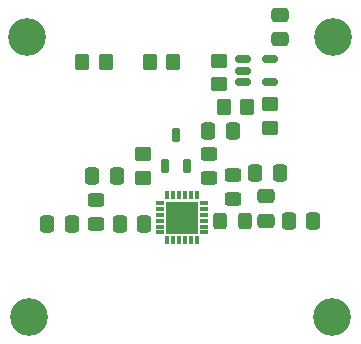
<source format=gbr>
%TF.GenerationSoftware,KiCad,Pcbnew,8.0.8*%
%TF.CreationDate,2025-02-12T11:28:01-05:00*%
%TF.ProjectId,pa-test-board,70612d74-6573-4742-9d62-6f6172642e6b,rev?*%
%TF.SameCoordinates,Original*%
%TF.FileFunction,Paste,Top*%
%TF.FilePolarity,Positive*%
%FSLAX46Y46*%
G04 Gerber Fmt 4.6, Leading zero omitted, Abs format (unit mm)*
G04 Created by KiCad (PCBNEW 8.0.8) date 2025-02-12 11:28:01*
%MOMM*%
%LPD*%
G01*
G04 APERTURE LIST*
G04 Aperture macros list*
%AMRoundRect*
0 Rectangle with rounded corners*
0 $1 Rounding radius*
0 $2 $3 $4 $5 $6 $7 $8 $9 X,Y pos of 4 corners*
0 Add a 4 corners polygon primitive as box body*
4,1,4,$2,$3,$4,$5,$6,$7,$8,$9,$2,$3,0*
0 Add four circle primitives for the rounded corners*
1,1,$1+$1,$2,$3*
1,1,$1+$1,$4,$5*
1,1,$1+$1,$6,$7*
1,1,$1+$1,$8,$9*
0 Add four rect primitives between the rounded corners*
20,1,$1+$1,$2,$3,$4,$5,0*
20,1,$1+$1,$4,$5,$6,$7,0*
20,1,$1+$1,$6,$7,$8,$9,0*
20,1,$1+$1,$8,$9,$2,$3,0*%
G04 Aperture macros list end*
%ADD10RoundRect,0.250000X0.337500X0.475000X-0.337500X0.475000X-0.337500X-0.475000X0.337500X-0.475000X0*%
%ADD11RoundRect,0.250000X0.450000X-0.350000X0.450000X0.350000X-0.450000X0.350000X-0.450000X-0.350000X0*%
%ADD12RoundRect,0.250000X-0.350000X-0.450000X0.350000X-0.450000X0.350000X0.450000X-0.350000X0.450000X0*%
%ADD13RoundRect,0.250000X-0.450000X0.350000X-0.450000X-0.350000X0.450000X-0.350000X0.450000X0.350000X0*%
%ADD14RoundRect,0.250000X0.450000X-0.325000X0.450000X0.325000X-0.450000X0.325000X-0.450000X-0.325000X0*%
%ADD15C,3.200000*%
%ADD16RoundRect,0.162500X0.162500X-0.447500X0.162500X0.447500X-0.162500X0.447500X-0.162500X-0.447500X0*%
%ADD17RoundRect,0.250000X-0.325000X-0.450000X0.325000X-0.450000X0.325000X0.450000X-0.325000X0.450000X0*%
%ADD18RoundRect,0.250000X-0.337500X-0.475000X0.337500X-0.475000X0.337500X0.475000X-0.337500X0.475000X0*%
%ADD19RoundRect,0.250000X-0.475000X0.337500X-0.475000X-0.337500X0.475000X-0.337500X0.475000X0.337500X0*%
%ADD20RoundRect,0.250000X-0.450000X0.325000X-0.450000X-0.325000X0.450000X-0.325000X0.450000X0.325000X0*%
%ADD21RoundRect,0.150000X-0.512500X-0.150000X0.512500X-0.150000X0.512500X0.150000X-0.512500X0.150000X0*%
%ADD22O,0.700000X0.380000*%
%ADD23O,0.380000X0.700000*%
%ADD24R,2.700000X2.700000*%
%ADD25RoundRect,0.250000X0.475000X-0.337500X0.475000X0.337500X-0.475000X0.337500X-0.475000X-0.337500X0*%
G04 APERTURE END LIST*
D10*
%TO.C,C13*%
X154877450Y-103550000D03*
X152802450Y-103550000D03*
%TD*%
D11*
%TO.C,R3*%
X153700000Y-99600000D03*
X153700000Y-97600000D03*
%TD*%
D12*
%TO.C,R5*%
X154100000Y-101500000D03*
X156100000Y-101500000D03*
%TD*%
D13*
%TO.C,R6*%
X147277450Y-105550000D03*
X147277450Y-107550000D03*
%TD*%
D14*
%TO.C,L2*%
X143300000Y-111450000D03*
X143300000Y-109400000D03*
%TD*%
D15*
%TO.C,H3*%
X137600000Y-119300000D03*
%TD*%
D16*
%TO.C,D2*%
X149127450Y-106550000D03*
X151027450Y-106550000D03*
X150077450Y-103930000D03*
%TD*%
D17*
%TO.C,L11*%
X153827450Y-111150000D03*
X155877450Y-111150000D03*
%TD*%
D18*
%TO.C,C14*%
X143002450Y-107350000D03*
X145077450Y-107350000D03*
%TD*%
D19*
%TO.C,C11*%
X157677450Y-109075000D03*
X157677450Y-111150000D03*
%TD*%
D20*
%TO.C,L1*%
X154877450Y-107300000D03*
X154877450Y-109350000D03*
%TD*%
D15*
%TO.C,H4*%
X163400000Y-95600000D03*
%TD*%
D10*
%TO.C,C2*%
X161677450Y-111150000D03*
X159602450Y-111150000D03*
%TD*%
D15*
%TO.C,H2*%
X163300000Y-119300000D03*
%TD*%
D10*
%TO.C,C3*%
X141237500Y-111400000D03*
X139162500Y-111400000D03*
%TD*%
D20*
%TO.C,R1*%
X152877450Y-105500000D03*
X152877450Y-107550000D03*
%TD*%
D18*
%TO.C,C7*%
X156802450Y-107150000D03*
X158877450Y-107150000D03*
%TD*%
D15*
%TO.C,H1*%
X137500000Y-95600000D03*
%TD*%
D21*
%TO.C,U1*%
X155725000Y-97500000D03*
X155725000Y-98450000D03*
X155725000Y-99400000D03*
X158000000Y-99400000D03*
X158000000Y-97500000D03*
%TD*%
D10*
%TO.C,C1*%
X147400000Y-111400000D03*
X145325000Y-111400000D03*
%TD*%
D12*
%TO.C,R8*%
X142130000Y-97750000D03*
X144130000Y-97750000D03*
%TD*%
D22*
%TO.C,PA1*%
X148697450Y-109650000D03*
X148697450Y-110150000D03*
X148697450Y-110650000D03*
X148697450Y-111150000D03*
X148697450Y-111650000D03*
X148697450Y-112150000D03*
D23*
X149337450Y-112790000D03*
X149837450Y-112790000D03*
X150337450Y-112790000D03*
X150837450Y-112790000D03*
X151337450Y-112790000D03*
X151837450Y-112790000D03*
D22*
X152477450Y-112150000D03*
X152477450Y-111650000D03*
X152477450Y-111150000D03*
X152477450Y-110650000D03*
X152477450Y-110150000D03*
X152477450Y-109650000D03*
D23*
X151837450Y-109010000D03*
X151337450Y-109010000D03*
X150837450Y-109010000D03*
X150337450Y-109010000D03*
X149837450Y-109010000D03*
X149337450Y-109010000D03*
D24*
X150587450Y-110900000D03*
%TD*%
D11*
%TO.C,R2*%
X158000000Y-103300000D03*
X158000000Y-101300000D03*
%TD*%
D25*
%TO.C,C4*%
X158900000Y-95775000D03*
X158900000Y-93700000D03*
%TD*%
D12*
%TO.C,R4*%
X147852550Y-97700000D03*
X149852550Y-97700000D03*
%TD*%
M02*

</source>
